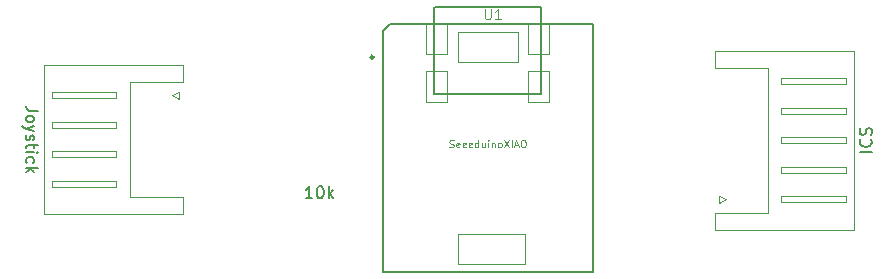
<source format=gbr>
%TF.GenerationSoftware,KiCad,Pcbnew,(6.0.7)*%
%TF.CreationDate,2023-03-01T00:53:14+09:00*%
%TF.ProjectId,joystick,6a6f7973-7469-4636-9b2e-6b696361645f,rev?*%
%TF.SameCoordinates,Original*%
%TF.FileFunction,Legend,Top*%
%TF.FilePolarity,Positive*%
%FSLAX46Y46*%
G04 Gerber Fmt 4.6, Leading zero omitted, Abs format (unit mm)*
G04 Created by KiCad (PCBNEW (6.0.7)) date 2023-03-01 00:53:14*
%MOMM*%
%LPD*%
G01*
G04 APERTURE LIST*
%ADD10C,0.150000*%
%ADD11C,0.101600*%
%ADD12C,0.076200*%
%ADD13C,0.120000*%
%ADD14C,0.127000*%
%ADD15C,0.066040*%
%ADD16C,0.254000*%
G04 APERTURE END LIST*
D10*
%TO.C,OFFSET1*%
X114974761Y-100782380D02*
X114403333Y-100782380D01*
X114689047Y-100782380D02*
X114689047Y-99782380D01*
X114593809Y-99925238D01*
X114498571Y-100020476D01*
X114403333Y-100068095D01*
X115593809Y-99782380D02*
X115689047Y-99782380D01*
X115784285Y-99830000D01*
X115831904Y-99877619D01*
X115879523Y-99972857D01*
X115927142Y-100163333D01*
X115927142Y-100401428D01*
X115879523Y-100591904D01*
X115831904Y-100687142D01*
X115784285Y-100734761D01*
X115689047Y-100782380D01*
X115593809Y-100782380D01*
X115498571Y-100734761D01*
X115450952Y-100687142D01*
X115403333Y-100591904D01*
X115355714Y-100401428D01*
X115355714Y-100163333D01*
X115403333Y-99972857D01*
X115450952Y-99877619D01*
X115498571Y-99830000D01*
X115593809Y-99782380D01*
X116355714Y-100782380D02*
X116355714Y-99782380D01*
X116450952Y-100401428D02*
X116736666Y-100782380D01*
X116736666Y-100115714D02*
X116355714Y-100496666D01*
%TO.C,J1*%
X162342380Y-96861190D02*
X161342380Y-96861190D01*
X162247142Y-95813571D02*
X162294761Y-95861190D01*
X162342380Y-96004047D01*
X162342380Y-96099285D01*
X162294761Y-96242142D01*
X162199523Y-96337380D01*
X162104285Y-96385000D01*
X161913809Y-96432619D01*
X161770952Y-96432619D01*
X161580476Y-96385000D01*
X161485238Y-96337380D01*
X161390000Y-96242142D01*
X161342380Y-96099285D01*
X161342380Y-96004047D01*
X161390000Y-95861190D01*
X161437619Y-95813571D01*
X162294761Y-95432619D02*
X162342380Y-95289761D01*
X162342380Y-95051666D01*
X162294761Y-94956428D01*
X162247142Y-94908809D01*
X162151904Y-94861190D01*
X162056666Y-94861190D01*
X161961428Y-94908809D01*
X161913809Y-94956428D01*
X161866190Y-95051666D01*
X161818571Y-95242142D01*
X161770952Y-95337380D01*
X161723333Y-95385000D01*
X161628095Y-95432619D01*
X161532857Y-95432619D01*
X161437619Y-95385000D01*
X161390000Y-95337380D01*
X161342380Y-95242142D01*
X161342380Y-95004047D01*
X161390000Y-94861190D01*
D11*
%TO.C,U1*%
X129582766Y-84735966D02*
X129582766Y-85455633D01*
X129625100Y-85540300D01*
X129667433Y-85582633D01*
X129752100Y-85624966D01*
X129921433Y-85624966D01*
X130006100Y-85582633D01*
X130048433Y-85540300D01*
X130090766Y-85455633D01*
X130090766Y-84735966D01*
X130979766Y-85624966D02*
X130471766Y-85624966D01*
X130725766Y-85624966D02*
X130725766Y-84735966D01*
X130641100Y-84862966D01*
X130556433Y-84947633D01*
X130471766Y-84989966D01*
D12*
X126593428Y-96455042D02*
X126680514Y-96484071D01*
X126825657Y-96484071D01*
X126883714Y-96455042D01*
X126912742Y-96426014D01*
X126941771Y-96367957D01*
X126941771Y-96309900D01*
X126912742Y-96251842D01*
X126883714Y-96222814D01*
X126825657Y-96193785D01*
X126709542Y-96164757D01*
X126651485Y-96135728D01*
X126622457Y-96106700D01*
X126593428Y-96048642D01*
X126593428Y-95990585D01*
X126622457Y-95932528D01*
X126651485Y-95903500D01*
X126709542Y-95874471D01*
X126854685Y-95874471D01*
X126941771Y-95903500D01*
X127435257Y-96455042D02*
X127377200Y-96484071D01*
X127261085Y-96484071D01*
X127203028Y-96455042D01*
X127174000Y-96396985D01*
X127174000Y-96164757D01*
X127203028Y-96106700D01*
X127261085Y-96077671D01*
X127377200Y-96077671D01*
X127435257Y-96106700D01*
X127464285Y-96164757D01*
X127464285Y-96222814D01*
X127174000Y-96280871D01*
X127957771Y-96455042D02*
X127899714Y-96484071D01*
X127783600Y-96484071D01*
X127725542Y-96455042D01*
X127696514Y-96396985D01*
X127696514Y-96164757D01*
X127725542Y-96106700D01*
X127783600Y-96077671D01*
X127899714Y-96077671D01*
X127957771Y-96106700D01*
X127986800Y-96164757D01*
X127986800Y-96222814D01*
X127696514Y-96280871D01*
X128480285Y-96455042D02*
X128422228Y-96484071D01*
X128306114Y-96484071D01*
X128248057Y-96455042D01*
X128219028Y-96396985D01*
X128219028Y-96164757D01*
X128248057Y-96106700D01*
X128306114Y-96077671D01*
X128422228Y-96077671D01*
X128480285Y-96106700D01*
X128509314Y-96164757D01*
X128509314Y-96222814D01*
X128219028Y-96280871D01*
X129031828Y-96484071D02*
X129031828Y-95874471D01*
X129031828Y-96455042D02*
X128973771Y-96484071D01*
X128857657Y-96484071D01*
X128799600Y-96455042D01*
X128770571Y-96426014D01*
X128741542Y-96367957D01*
X128741542Y-96193785D01*
X128770571Y-96135728D01*
X128799600Y-96106700D01*
X128857657Y-96077671D01*
X128973771Y-96077671D01*
X129031828Y-96106700D01*
X129583371Y-96077671D02*
X129583371Y-96484071D01*
X129322114Y-96077671D02*
X129322114Y-96396985D01*
X129351142Y-96455042D01*
X129409200Y-96484071D01*
X129496285Y-96484071D01*
X129554342Y-96455042D01*
X129583371Y-96426014D01*
X129873657Y-96484071D02*
X129873657Y-96077671D01*
X129873657Y-95874471D02*
X129844628Y-95903500D01*
X129873657Y-95932528D01*
X129902685Y-95903500D01*
X129873657Y-95874471D01*
X129873657Y-95932528D01*
X130163942Y-96077671D02*
X130163942Y-96484071D01*
X130163942Y-96135728D02*
X130192971Y-96106700D01*
X130251028Y-96077671D01*
X130338114Y-96077671D01*
X130396171Y-96106700D01*
X130425200Y-96164757D01*
X130425200Y-96484071D01*
X130802571Y-96484071D02*
X130744514Y-96455042D01*
X130715485Y-96426014D01*
X130686457Y-96367957D01*
X130686457Y-96193785D01*
X130715485Y-96135728D01*
X130744514Y-96106700D01*
X130802571Y-96077671D01*
X130889657Y-96077671D01*
X130947714Y-96106700D01*
X130976742Y-96135728D01*
X131005771Y-96193785D01*
X131005771Y-96367957D01*
X130976742Y-96426014D01*
X130947714Y-96455042D01*
X130889657Y-96484071D01*
X130802571Y-96484071D01*
X131208971Y-95874471D02*
X131615371Y-96484071D01*
X131615371Y-95874471D02*
X131208971Y-96484071D01*
X131847600Y-96484071D02*
X131847600Y-95874471D01*
X132108857Y-96309900D02*
X132399142Y-96309900D01*
X132050800Y-96484071D02*
X132254000Y-95874471D01*
X132457200Y-96484071D01*
X132776514Y-95874471D02*
X132892628Y-95874471D01*
X132950685Y-95903500D01*
X133008742Y-95961557D01*
X133037771Y-96077671D01*
X133037771Y-96280871D01*
X133008742Y-96396985D01*
X132950685Y-96455042D01*
X132892628Y-96484071D01*
X132776514Y-96484071D01*
X132718457Y-96455042D01*
X132660400Y-96396985D01*
X132631371Y-96280871D01*
X132631371Y-96077671D01*
X132660400Y-95961557D01*
X132718457Y-95903500D01*
X132776514Y-95874471D01*
D10*
%TO.C,J2*%
X91747619Y-93372619D02*
X91033333Y-93372619D01*
X90890476Y-93325000D01*
X90795238Y-93229761D01*
X90747619Y-93086904D01*
X90747619Y-92991666D01*
X90747619Y-93991666D02*
X90795238Y-93896428D01*
X90842857Y-93848809D01*
X90938095Y-93801190D01*
X91223809Y-93801190D01*
X91319047Y-93848809D01*
X91366666Y-93896428D01*
X91414285Y-93991666D01*
X91414285Y-94134523D01*
X91366666Y-94229761D01*
X91319047Y-94277380D01*
X91223809Y-94325000D01*
X90938095Y-94325000D01*
X90842857Y-94277380D01*
X90795238Y-94229761D01*
X90747619Y-94134523D01*
X90747619Y-93991666D01*
X91414285Y-94658333D02*
X90747619Y-94896428D01*
X91414285Y-95134523D02*
X90747619Y-94896428D01*
X90509523Y-94801190D01*
X90461904Y-94753571D01*
X90414285Y-94658333D01*
X90795238Y-95467857D02*
X90747619Y-95563095D01*
X90747619Y-95753571D01*
X90795238Y-95848809D01*
X90890476Y-95896428D01*
X90938095Y-95896428D01*
X91033333Y-95848809D01*
X91080952Y-95753571D01*
X91080952Y-95610714D01*
X91128571Y-95515476D01*
X91223809Y-95467857D01*
X91271428Y-95467857D01*
X91366666Y-95515476D01*
X91414285Y-95610714D01*
X91414285Y-95753571D01*
X91366666Y-95848809D01*
X91414285Y-96182142D02*
X91414285Y-96563095D01*
X91747619Y-96325000D02*
X90890476Y-96325000D01*
X90795238Y-96372619D01*
X90747619Y-96467857D01*
X90747619Y-96563095D01*
X90747619Y-96896428D02*
X91414285Y-96896428D01*
X91747619Y-96896428D02*
X91700000Y-96848809D01*
X91652380Y-96896428D01*
X91700000Y-96944047D01*
X91747619Y-96896428D01*
X91652380Y-96896428D01*
X90795238Y-97801190D02*
X90747619Y-97705952D01*
X90747619Y-97515476D01*
X90795238Y-97420238D01*
X90842857Y-97372619D01*
X90938095Y-97325000D01*
X91223809Y-97325000D01*
X91319047Y-97372619D01*
X91366666Y-97420238D01*
X91414285Y-97515476D01*
X91414285Y-97705952D01*
X91366666Y-97801190D01*
X90747619Y-98229761D02*
X91747619Y-98229761D01*
X91128571Y-98325000D02*
X90747619Y-98610714D01*
X91414285Y-98610714D02*
X91033333Y-98229761D01*
D13*
%TO.C,J1*%
X154690000Y-96135000D02*
X160190000Y-96135000D01*
X160190000Y-90635000D02*
X154690000Y-90635000D01*
X160800000Y-103445000D02*
X149080000Y-103445000D01*
X154690000Y-91135000D02*
X160190000Y-91135000D01*
X160190000Y-101135000D02*
X160190000Y-100635000D01*
X154690000Y-100635000D02*
X154690000Y-101135000D01*
X154690000Y-90635000D02*
X154690000Y-91135000D01*
X160800000Y-95885000D02*
X160800000Y-88325000D01*
X149390000Y-100585000D02*
X149990000Y-100885000D01*
X149080000Y-89745000D02*
X153580000Y-89745000D01*
X160190000Y-93135000D02*
X154690000Y-93135000D01*
X149080000Y-88325000D02*
X149080000Y-89745000D01*
X160800000Y-88325000D02*
X149080000Y-88325000D01*
X154690000Y-101135000D02*
X160190000Y-101135000D01*
X149080000Y-103445000D02*
X149080000Y-102025000D01*
X153580000Y-102025000D02*
X153580000Y-95885000D01*
X154690000Y-98135000D02*
X154690000Y-98635000D01*
X160190000Y-95635000D02*
X154690000Y-95635000D01*
X160190000Y-100635000D02*
X154690000Y-100635000D01*
X149080000Y-102025000D02*
X153580000Y-102025000D01*
X154690000Y-93135000D02*
X154690000Y-93635000D01*
X149390000Y-101185000D02*
X149390000Y-100585000D01*
X154690000Y-93635000D02*
X160190000Y-93635000D01*
X160190000Y-98635000D02*
X160190000Y-98135000D01*
X154690000Y-95635000D02*
X154690000Y-96135000D01*
X153580000Y-89745000D02*
X153580000Y-95885000D01*
X160190000Y-96135000D02*
X160190000Y-95635000D01*
X154690000Y-98635000D02*
X160190000Y-98635000D01*
X160190000Y-93635000D02*
X160190000Y-93135000D01*
X160190000Y-98135000D02*
X154690000Y-98135000D01*
X160800000Y-95885000D02*
X160800000Y-103445000D01*
X160190000Y-91135000D02*
X160190000Y-90635000D01*
X149990000Y-100885000D02*
X149390000Y-101185000D01*
D14*
%TO.C,U1*%
X138723380Y-86005120D02*
X121596160Y-86005120D01*
X121596160Y-86005120D02*
X120925600Y-86675680D01*
D15*
X124608600Y-85921300D02*
X126386600Y-85921300D01*
D14*
X125319800Y-91933480D02*
X125319800Y-84580180D01*
D15*
X133244600Y-88588300D02*
X135022600Y-88588300D01*
X124608600Y-92654840D02*
X124608600Y-89985300D01*
D14*
X125324880Y-84580180D02*
X134319020Y-84580180D01*
D15*
X126386600Y-92654840D02*
X126386600Y-89985300D01*
D14*
X134319020Y-91933480D02*
X125319800Y-91933480D01*
D15*
X127275600Y-106368300D02*
X132990600Y-106368300D01*
X127275600Y-106368300D02*
X127275600Y-103828300D01*
X127275600Y-89223300D02*
X127275600Y-86683300D01*
X133244600Y-85921300D02*
X135022600Y-85921300D01*
X132990600Y-106368300D02*
X132990600Y-103828300D01*
D14*
X134319020Y-84580180D02*
X134319020Y-91933480D01*
D15*
X127275600Y-103828300D02*
X132990600Y-103828300D01*
D14*
X120925600Y-107003300D02*
X138723380Y-107003300D01*
D15*
X135022600Y-88588300D02*
X135022600Y-85921300D01*
X124608600Y-88588300D02*
X124608600Y-85921300D01*
X127275600Y-86683300D02*
X132355600Y-86683300D01*
X133244600Y-89985300D02*
X135022600Y-89985300D01*
X124608600Y-89985300D02*
X126386600Y-89985300D01*
D14*
X120925600Y-86675680D02*
X120925600Y-107003300D01*
D15*
X132355600Y-89223300D02*
X132355600Y-86683300D01*
X124608600Y-92654840D02*
X126386600Y-92654840D01*
X133244600Y-92654840D02*
X133244600Y-89985300D01*
X126386600Y-88588300D02*
X126386600Y-85921300D01*
X133244600Y-88588300D02*
X133244600Y-85921300D01*
D14*
X138723380Y-107003300D02*
X138723380Y-86005120D01*
D15*
X133244600Y-92654840D02*
X135022600Y-92654840D01*
X135022600Y-92654840D02*
X135022600Y-89985300D01*
X127275600Y-89223300D02*
X132355600Y-89223300D01*
X124608600Y-88588300D02*
X126386600Y-88588300D01*
D16*
X120163600Y-88842300D02*
G75*
G03*
X120163600Y-88842300I-127000J0D01*
G01*
D13*
%TO.C,J2*%
X98400000Y-97325000D02*
X98400000Y-96825000D01*
X92900000Y-97325000D02*
X98400000Y-97325000D01*
X92290000Y-95825000D02*
X92290000Y-89515000D01*
X92900000Y-96825000D02*
X92900000Y-97325000D01*
X98400000Y-96825000D02*
X92900000Y-96825000D01*
X92900000Y-92325000D02*
X98400000Y-92325000D01*
X104010000Y-100715000D02*
X99510000Y-100715000D01*
X103700000Y-91775000D02*
X103700000Y-92375000D01*
X104010000Y-89515000D02*
X104010000Y-90935000D01*
X92290000Y-89515000D02*
X104010000Y-89515000D01*
X92900000Y-94325000D02*
X92900000Y-94825000D01*
X103700000Y-92375000D02*
X103100000Y-92075000D01*
X98400000Y-94825000D02*
X98400000Y-94325000D01*
X92290000Y-102135000D02*
X104010000Y-102135000D01*
X104010000Y-90935000D02*
X99510000Y-90935000D01*
X99510000Y-100715000D02*
X99510000Y-95825000D01*
X92900000Y-99825000D02*
X98400000Y-99825000D01*
X92900000Y-94825000D02*
X98400000Y-94825000D01*
X98400000Y-99325000D02*
X92900000Y-99325000D01*
X98400000Y-99825000D02*
X98400000Y-99325000D01*
X92290000Y-95825000D02*
X92290000Y-102135000D01*
X104010000Y-102135000D02*
X104010000Y-100715000D01*
X98400000Y-91825000D02*
X92900000Y-91825000D01*
X98400000Y-94325000D02*
X92900000Y-94325000D01*
X98400000Y-92325000D02*
X98400000Y-91825000D01*
X99510000Y-90935000D02*
X99510000Y-95825000D01*
X103100000Y-92075000D02*
X103700000Y-91775000D01*
X92900000Y-91825000D02*
X92900000Y-92325000D01*
X92900000Y-99325000D02*
X92900000Y-99825000D01*
%TD*%
M02*

</source>
